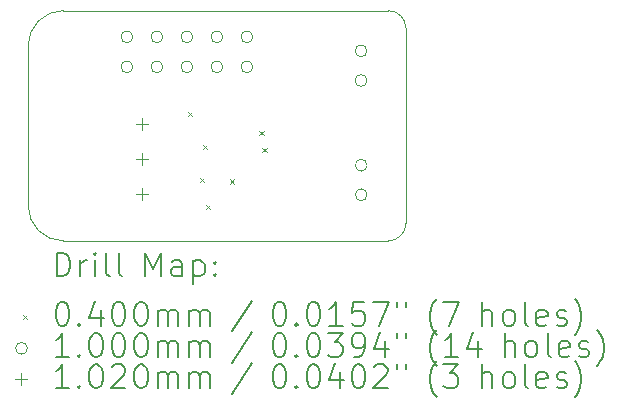
<source format=gbr>
%TF.GenerationSoftware,KiCad,Pcbnew,(7.0.0)*%
%TF.CreationDate,2023-03-25T16:31:21+01:00*%
%TF.ProjectId,PowerPCB,506f7765-7250-4434-922e-6b696361645f,rev?*%
%TF.SameCoordinates,Original*%
%TF.FileFunction,Drillmap*%
%TF.FilePolarity,Positive*%
%FSLAX45Y45*%
G04 Gerber Fmt 4.5, Leading zero omitted, Abs format (unit mm)*
G04 Created by KiCad (PCBNEW (7.0.0)) date 2023-03-25 16:31:21*
%MOMM*%
%LPD*%
G01*
G04 APERTURE LIST*
%ADD10C,0.100000*%
%ADD11C,0.200000*%
%ADD12C,0.040000*%
%ADD13C,0.102000*%
G04 APERTURE END LIST*
D10*
X10000000Y-6050000D02*
G75*
G03*
X10300000Y-6350000I300000J0D01*
G01*
X13200000Y-4550000D02*
G75*
G03*
X13050000Y-4400000I-150000J0D01*
G01*
X10000000Y-4700000D02*
X10000000Y-6050000D01*
X13050000Y-6350000D02*
G75*
G03*
X13200000Y-6200000I0J150000D01*
G01*
X10300000Y-4400000D02*
G75*
G03*
X10000000Y-4700000I0J-300000D01*
G01*
X10300000Y-6350000D02*
X13050000Y-6350000D01*
X13200000Y-4550000D02*
X13200000Y-6200000D01*
X13050000Y-4400000D02*
X10300000Y-4400000D01*
D11*
D12*
X11351600Y-5255600D02*
X11391600Y-5295600D01*
X11391600Y-5255600D02*
X11351600Y-5295600D01*
X11453200Y-5814400D02*
X11493200Y-5854400D01*
X11493200Y-5814400D02*
X11453200Y-5854400D01*
X11478600Y-5535000D02*
X11518600Y-5575000D01*
X11518600Y-5535000D02*
X11478600Y-5575000D01*
X11504000Y-6043000D02*
X11544000Y-6083000D01*
X11544000Y-6043000D02*
X11504000Y-6083000D01*
X11707200Y-5830000D02*
X11747200Y-5870000D01*
X11747200Y-5830000D02*
X11707200Y-5870000D01*
X11959325Y-5415525D02*
X11999325Y-5455525D01*
X11999325Y-5415525D02*
X11959325Y-5455525D01*
X11984725Y-5560400D02*
X12024725Y-5600400D01*
X12024725Y-5560400D02*
X11984725Y-5600400D01*
D10*
X10887000Y-4623000D02*
G75*
G03*
X10887000Y-4623000I-50000J0D01*
G01*
X10887000Y-4877000D02*
G75*
G03*
X10887000Y-4877000I-50000J0D01*
G01*
X11141000Y-4623000D02*
G75*
G03*
X11141000Y-4623000I-50000J0D01*
G01*
X11141000Y-4877000D02*
G75*
G03*
X11141000Y-4877000I-50000J0D01*
G01*
X11395000Y-4623000D02*
G75*
G03*
X11395000Y-4623000I-50000J0D01*
G01*
X11395000Y-4877000D02*
G75*
G03*
X11395000Y-4877000I-50000J0D01*
G01*
X11649000Y-4623000D02*
G75*
G03*
X11649000Y-4623000I-50000J0D01*
G01*
X11649000Y-4877000D02*
G75*
G03*
X11649000Y-4877000I-50000J0D01*
G01*
X11903000Y-4623000D02*
G75*
G03*
X11903000Y-4623000I-50000J0D01*
G01*
X11903000Y-4877000D02*
G75*
G03*
X11903000Y-4877000I-50000J0D01*
G01*
X12869400Y-4742200D02*
G75*
G03*
X12869400Y-4742200I-50000J0D01*
G01*
X12869400Y-4992200D02*
G75*
G03*
X12869400Y-4992200I-50000J0D01*
G01*
X12871100Y-5709400D02*
G75*
G03*
X12871100Y-5709400I-50000J0D01*
G01*
X12871100Y-5959400D02*
G75*
G03*
X12871100Y-5959400I-50000J0D01*
G01*
D13*
X10965400Y-5305600D02*
X10965400Y-5407600D01*
X10914400Y-5356600D02*
X11016400Y-5356600D01*
X10965400Y-5605600D02*
X10965400Y-5707600D01*
X10914400Y-5656600D02*
X11016400Y-5656600D01*
X10965400Y-5905600D02*
X10965400Y-6007600D01*
X10914400Y-5956600D02*
X11016400Y-5956600D01*
D11*
X10242619Y-6648476D02*
X10242619Y-6448476D01*
X10242619Y-6448476D02*
X10290238Y-6448476D01*
X10290238Y-6448476D02*
X10318810Y-6458000D01*
X10318810Y-6458000D02*
X10337857Y-6477048D01*
X10337857Y-6477048D02*
X10347381Y-6496095D01*
X10347381Y-6496095D02*
X10356905Y-6534190D01*
X10356905Y-6534190D02*
X10356905Y-6562762D01*
X10356905Y-6562762D02*
X10347381Y-6600857D01*
X10347381Y-6600857D02*
X10337857Y-6619905D01*
X10337857Y-6619905D02*
X10318810Y-6638952D01*
X10318810Y-6638952D02*
X10290238Y-6648476D01*
X10290238Y-6648476D02*
X10242619Y-6648476D01*
X10442619Y-6648476D02*
X10442619Y-6515143D01*
X10442619Y-6553238D02*
X10452143Y-6534190D01*
X10452143Y-6534190D02*
X10461667Y-6524667D01*
X10461667Y-6524667D02*
X10480714Y-6515143D01*
X10480714Y-6515143D02*
X10499762Y-6515143D01*
X10566429Y-6648476D02*
X10566429Y-6515143D01*
X10566429Y-6448476D02*
X10556905Y-6458000D01*
X10556905Y-6458000D02*
X10566429Y-6467524D01*
X10566429Y-6467524D02*
X10575952Y-6458000D01*
X10575952Y-6458000D02*
X10566429Y-6448476D01*
X10566429Y-6448476D02*
X10566429Y-6467524D01*
X10690238Y-6648476D02*
X10671190Y-6638952D01*
X10671190Y-6638952D02*
X10661667Y-6619905D01*
X10661667Y-6619905D02*
X10661667Y-6448476D01*
X10795000Y-6648476D02*
X10775952Y-6638952D01*
X10775952Y-6638952D02*
X10766429Y-6619905D01*
X10766429Y-6619905D02*
X10766429Y-6448476D01*
X10991190Y-6648476D02*
X10991190Y-6448476D01*
X10991190Y-6448476D02*
X11057857Y-6591333D01*
X11057857Y-6591333D02*
X11124524Y-6448476D01*
X11124524Y-6448476D02*
X11124524Y-6648476D01*
X11305476Y-6648476D02*
X11305476Y-6543714D01*
X11305476Y-6543714D02*
X11295952Y-6524667D01*
X11295952Y-6524667D02*
X11276905Y-6515143D01*
X11276905Y-6515143D02*
X11238809Y-6515143D01*
X11238809Y-6515143D02*
X11219762Y-6524667D01*
X11305476Y-6638952D02*
X11286428Y-6648476D01*
X11286428Y-6648476D02*
X11238809Y-6648476D01*
X11238809Y-6648476D02*
X11219762Y-6638952D01*
X11219762Y-6638952D02*
X11210238Y-6619905D01*
X11210238Y-6619905D02*
X11210238Y-6600857D01*
X11210238Y-6600857D02*
X11219762Y-6581809D01*
X11219762Y-6581809D02*
X11238809Y-6572286D01*
X11238809Y-6572286D02*
X11286428Y-6572286D01*
X11286428Y-6572286D02*
X11305476Y-6562762D01*
X11400714Y-6515143D02*
X11400714Y-6715143D01*
X11400714Y-6524667D02*
X11419762Y-6515143D01*
X11419762Y-6515143D02*
X11457857Y-6515143D01*
X11457857Y-6515143D02*
X11476905Y-6524667D01*
X11476905Y-6524667D02*
X11486428Y-6534190D01*
X11486428Y-6534190D02*
X11495952Y-6553238D01*
X11495952Y-6553238D02*
X11495952Y-6610381D01*
X11495952Y-6610381D02*
X11486428Y-6629428D01*
X11486428Y-6629428D02*
X11476905Y-6638952D01*
X11476905Y-6638952D02*
X11457857Y-6648476D01*
X11457857Y-6648476D02*
X11419762Y-6648476D01*
X11419762Y-6648476D02*
X11400714Y-6638952D01*
X11581667Y-6629428D02*
X11591190Y-6638952D01*
X11591190Y-6638952D02*
X11581667Y-6648476D01*
X11581667Y-6648476D02*
X11572143Y-6638952D01*
X11572143Y-6638952D02*
X11581667Y-6629428D01*
X11581667Y-6629428D02*
X11581667Y-6648476D01*
X11581667Y-6524667D02*
X11591190Y-6534190D01*
X11591190Y-6534190D02*
X11581667Y-6543714D01*
X11581667Y-6543714D02*
X11572143Y-6534190D01*
X11572143Y-6534190D02*
X11581667Y-6524667D01*
X11581667Y-6524667D02*
X11581667Y-6543714D01*
D12*
X9955000Y-6975000D02*
X9995000Y-7015000D01*
X9995000Y-6975000D02*
X9955000Y-7015000D01*
D11*
X10280714Y-6868476D02*
X10299762Y-6868476D01*
X10299762Y-6868476D02*
X10318810Y-6878000D01*
X10318810Y-6878000D02*
X10328333Y-6887524D01*
X10328333Y-6887524D02*
X10337857Y-6906571D01*
X10337857Y-6906571D02*
X10347381Y-6944667D01*
X10347381Y-6944667D02*
X10347381Y-6992286D01*
X10347381Y-6992286D02*
X10337857Y-7030381D01*
X10337857Y-7030381D02*
X10328333Y-7049428D01*
X10328333Y-7049428D02*
X10318810Y-7058952D01*
X10318810Y-7058952D02*
X10299762Y-7068476D01*
X10299762Y-7068476D02*
X10280714Y-7068476D01*
X10280714Y-7068476D02*
X10261667Y-7058952D01*
X10261667Y-7058952D02*
X10252143Y-7049428D01*
X10252143Y-7049428D02*
X10242619Y-7030381D01*
X10242619Y-7030381D02*
X10233095Y-6992286D01*
X10233095Y-6992286D02*
X10233095Y-6944667D01*
X10233095Y-6944667D02*
X10242619Y-6906571D01*
X10242619Y-6906571D02*
X10252143Y-6887524D01*
X10252143Y-6887524D02*
X10261667Y-6878000D01*
X10261667Y-6878000D02*
X10280714Y-6868476D01*
X10433095Y-7049428D02*
X10442619Y-7058952D01*
X10442619Y-7058952D02*
X10433095Y-7068476D01*
X10433095Y-7068476D02*
X10423571Y-7058952D01*
X10423571Y-7058952D02*
X10433095Y-7049428D01*
X10433095Y-7049428D02*
X10433095Y-7068476D01*
X10614048Y-6935143D02*
X10614048Y-7068476D01*
X10566429Y-6858952D02*
X10518810Y-7001809D01*
X10518810Y-7001809D02*
X10642619Y-7001809D01*
X10756905Y-6868476D02*
X10775952Y-6868476D01*
X10775952Y-6868476D02*
X10795000Y-6878000D01*
X10795000Y-6878000D02*
X10804524Y-6887524D01*
X10804524Y-6887524D02*
X10814048Y-6906571D01*
X10814048Y-6906571D02*
X10823571Y-6944667D01*
X10823571Y-6944667D02*
X10823571Y-6992286D01*
X10823571Y-6992286D02*
X10814048Y-7030381D01*
X10814048Y-7030381D02*
X10804524Y-7049428D01*
X10804524Y-7049428D02*
X10795000Y-7058952D01*
X10795000Y-7058952D02*
X10775952Y-7068476D01*
X10775952Y-7068476D02*
X10756905Y-7068476D01*
X10756905Y-7068476D02*
X10737857Y-7058952D01*
X10737857Y-7058952D02*
X10728333Y-7049428D01*
X10728333Y-7049428D02*
X10718810Y-7030381D01*
X10718810Y-7030381D02*
X10709286Y-6992286D01*
X10709286Y-6992286D02*
X10709286Y-6944667D01*
X10709286Y-6944667D02*
X10718810Y-6906571D01*
X10718810Y-6906571D02*
X10728333Y-6887524D01*
X10728333Y-6887524D02*
X10737857Y-6878000D01*
X10737857Y-6878000D02*
X10756905Y-6868476D01*
X10947381Y-6868476D02*
X10966429Y-6868476D01*
X10966429Y-6868476D02*
X10985476Y-6878000D01*
X10985476Y-6878000D02*
X10995000Y-6887524D01*
X10995000Y-6887524D02*
X11004524Y-6906571D01*
X11004524Y-6906571D02*
X11014048Y-6944667D01*
X11014048Y-6944667D02*
X11014048Y-6992286D01*
X11014048Y-6992286D02*
X11004524Y-7030381D01*
X11004524Y-7030381D02*
X10995000Y-7049428D01*
X10995000Y-7049428D02*
X10985476Y-7058952D01*
X10985476Y-7058952D02*
X10966429Y-7068476D01*
X10966429Y-7068476D02*
X10947381Y-7068476D01*
X10947381Y-7068476D02*
X10928333Y-7058952D01*
X10928333Y-7058952D02*
X10918810Y-7049428D01*
X10918810Y-7049428D02*
X10909286Y-7030381D01*
X10909286Y-7030381D02*
X10899762Y-6992286D01*
X10899762Y-6992286D02*
X10899762Y-6944667D01*
X10899762Y-6944667D02*
X10909286Y-6906571D01*
X10909286Y-6906571D02*
X10918810Y-6887524D01*
X10918810Y-6887524D02*
X10928333Y-6878000D01*
X10928333Y-6878000D02*
X10947381Y-6868476D01*
X11099762Y-7068476D02*
X11099762Y-6935143D01*
X11099762Y-6954190D02*
X11109286Y-6944667D01*
X11109286Y-6944667D02*
X11128333Y-6935143D01*
X11128333Y-6935143D02*
X11156905Y-6935143D01*
X11156905Y-6935143D02*
X11175952Y-6944667D01*
X11175952Y-6944667D02*
X11185476Y-6963714D01*
X11185476Y-6963714D02*
X11185476Y-7068476D01*
X11185476Y-6963714D02*
X11195000Y-6944667D01*
X11195000Y-6944667D02*
X11214048Y-6935143D01*
X11214048Y-6935143D02*
X11242619Y-6935143D01*
X11242619Y-6935143D02*
X11261667Y-6944667D01*
X11261667Y-6944667D02*
X11271190Y-6963714D01*
X11271190Y-6963714D02*
X11271190Y-7068476D01*
X11366429Y-7068476D02*
X11366429Y-6935143D01*
X11366429Y-6954190D02*
X11375952Y-6944667D01*
X11375952Y-6944667D02*
X11395000Y-6935143D01*
X11395000Y-6935143D02*
X11423571Y-6935143D01*
X11423571Y-6935143D02*
X11442619Y-6944667D01*
X11442619Y-6944667D02*
X11452143Y-6963714D01*
X11452143Y-6963714D02*
X11452143Y-7068476D01*
X11452143Y-6963714D02*
X11461667Y-6944667D01*
X11461667Y-6944667D02*
X11480714Y-6935143D01*
X11480714Y-6935143D02*
X11509286Y-6935143D01*
X11509286Y-6935143D02*
X11528333Y-6944667D01*
X11528333Y-6944667D02*
X11537857Y-6963714D01*
X11537857Y-6963714D02*
X11537857Y-7068476D01*
X11895952Y-6858952D02*
X11724524Y-7116095D01*
X12120714Y-6868476D02*
X12139762Y-6868476D01*
X12139762Y-6868476D02*
X12158810Y-6878000D01*
X12158810Y-6878000D02*
X12168333Y-6887524D01*
X12168333Y-6887524D02*
X12177857Y-6906571D01*
X12177857Y-6906571D02*
X12187381Y-6944667D01*
X12187381Y-6944667D02*
X12187381Y-6992286D01*
X12187381Y-6992286D02*
X12177857Y-7030381D01*
X12177857Y-7030381D02*
X12168333Y-7049428D01*
X12168333Y-7049428D02*
X12158810Y-7058952D01*
X12158810Y-7058952D02*
X12139762Y-7068476D01*
X12139762Y-7068476D02*
X12120714Y-7068476D01*
X12120714Y-7068476D02*
X12101667Y-7058952D01*
X12101667Y-7058952D02*
X12092143Y-7049428D01*
X12092143Y-7049428D02*
X12082619Y-7030381D01*
X12082619Y-7030381D02*
X12073095Y-6992286D01*
X12073095Y-6992286D02*
X12073095Y-6944667D01*
X12073095Y-6944667D02*
X12082619Y-6906571D01*
X12082619Y-6906571D02*
X12092143Y-6887524D01*
X12092143Y-6887524D02*
X12101667Y-6878000D01*
X12101667Y-6878000D02*
X12120714Y-6868476D01*
X12273095Y-7049428D02*
X12282619Y-7058952D01*
X12282619Y-7058952D02*
X12273095Y-7068476D01*
X12273095Y-7068476D02*
X12263571Y-7058952D01*
X12263571Y-7058952D02*
X12273095Y-7049428D01*
X12273095Y-7049428D02*
X12273095Y-7068476D01*
X12406429Y-6868476D02*
X12425476Y-6868476D01*
X12425476Y-6868476D02*
X12444524Y-6878000D01*
X12444524Y-6878000D02*
X12454048Y-6887524D01*
X12454048Y-6887524D02*
X12463571Y-6906571D01*
X12463571Y-6906571D02*
X12473095Y-6944667D01*
X12473095Y-6944667D02*
X12473095Y-6992286D01*
X12473095Y-6992286D02*
X12463571Y-7030381D01*
X12463571Y-7030381D02*
X12454048Y-7049428D01*
X12454048Y-7049428D02*
X12444524Y-7058952D01*
X12444524Y-7058952D02*
X12425476Y-7068476D01*
X12425476Y-7068476D02*
X12406429Y-7068476D01*
X12406429Y-7068476D02*
X12387381Y-7058952D01*
X12387381Y-7058952D02*
X12377857Y-7049428D01*
X12377857Y-7049428D02*
X12368333Y-7030381D01*
X12368333Y-7030381D02*
X12358810Y-6992286D01*
X12358810Y-6992286D02*
X12358810Y-6944667D01*
X12358810Y-6944667D02*
X12368333Y-6906571D01*
X12368333Y-6906571D02*
X12377857Y-6887524D01*
X12377857Y-6887524D02*
X12387381Y-6878000D01*
X12387381Y-6878000D02*
X12406429Y-6868476D01*
X12663571Y-7068476D02*
X12549286Y-7068476D01*
X12606429Y-7068476D02*
X12606429Y-6868476D01*
X12606429Y-6868476D02*
X12587381Y-6897048D01*
X12587381Y-6897048D02*
X12568333Y-6916095D01*
X12568333Y-6916095D02*
X12549286Y-6925619D01*
X12844524Y-6868476D02*
X12749286Y-6868476D01*
X12749286Y-6868476D02*
X12739762Y-6963714D01*
X12739762Y-6963714D02*
X12749286Y-6954190D01*
X12749286Y-6954190D02*
X12768333Y-6944667D01*
X12768333Y-6944667D02*
X12815952Y-6944667D01*
X12815952Y-6944667D02*
X12835000Y-6954190D01*
X12835000Y-6954190D02*
X12844524Y-6963714D01*
X12844524Y-6963714D02*
X12854048Y-6982762D01*
X12854048Y-6982762D02*
X12854048Y-7030381D01*
X12854048Y-7030381D02*
X12844524Y-7049428D01*
X12844524Y-7049428D02*
X12835000Y-7058952D01*
X12835000Y-7058952D02*
X12815952Y-7068476D01*
X12815952Y-7068476D02*
X12768333Y-7068476D01*
X12768333Y-7068476D02*
X12749286Y-7058952D01*
X12749286Y-7058952D02*
X12739762Y-7049428D01*
X12920714Y-6868476D02*
X13054048Y-6868476D01*
X13054048Y-6868476D02*
X12968333Y-7068476D01*
X13120714Y-6868476D02*
X13120714Y-6906571D01*
X13196905Y-6868476D02*
X13196905Y-6906571D01*
X13459762Y-7144667D02*
X13450238Y-7135143D01*
X13450238Y-7135143D02*
X13431191Y-7106571D01*
X13431191Y-7106571D02*
X13421667Y-7087524D01*
X13421667Y-7087524D02*
X13412143Y-7058952D01*
X13412143Y-7058952D02*
X13402619Y-7011333D01*
X13402619Y-7011333D02*
X13402619Y-6973238D01*
X13402619Y-6973238D02*
X13412143Y-6925619D01*
X13412143Y-6925619D02*
X13421667Y-6897048D01*
X13421667Y-6897048D02*
X13431191Y-6878000D01*
X13431191Y-6878000D02*
X13450238Y-6849428D01*
X13450238Y-6849428D02*
X13459762Y-6839905D01*
X13516905Y-6868476D02*
X13650238Y-6868476D01*
X13650238Y-6868476D02*
X13564524Y-7068476D01*
X13846429Y-7068476D02*
X13846429Y-6868476D01*
X13932143Y-7068476D02*
X13932143Y-6963714D01*
X13932143Y-6963714D02*
X13922619Y-6944667D01*
X13922619Y-6944667D02*
X13903572Y-6935143D01*
X13903572Y-6935143D02*
X13875000Y-6935143D01*
X13875000Y-6935143D02*
X13855952Y-6944667D01*
X13855952Y-6944667D02*
X13846429Y-6954190D01*
X14055952Y-7068476D02*
X14036905Y-7058952D01*
X14036905Y-7058952D02*
X14027381Y-7049428D01*
X14027381Y-7049428D02*
X14017857Y-7030381D01*
X14017857Y-7030381D02*
X14017857Y-6973238D01*
X14017857Y-6973238D02*
X14027381Y-6954190D01*
X14027381Y-6954190D02*
X14036905Y-6944667D01*
X14036905Y-6944667D02*
X14055952Y-6935143D01*
X14055952Y-6935143D02*
X14084524Y-6935143D01*
X14084524Y-6935143D02*
X14103572Y-6944667D01*
X14103572Y-6944667D02*
X14113095Y-6954190D01*
X14113095Y-6954190D02*
X14122619Y-6973238D01*
X14122619Y-6973238D02*
X14122619Y-7030381D01*
X14122619Y-7030381D02*
X14113095Y-7049428D01*
X14113095Y-7049428D02*
X14103572Y-7058952D01*
X14103572Y-7058952D02*
X14084524Y-7068476D01*
X14084524Y-7068476D02*
X14055952Y-7068476D01*
X14236905Y-7068476D02*
X14217857Y-7058952D01*
X14217857Y-7058952D02*
X14208333Y-7039905D01*
X14208333Y-7039905D02*
X14208333Y-6868476D01*
X14389286Y-7058952D02*
X14370238Y-7068476D01*
X14370238Y-7068476D02*
X14332143Y-7068476D01*
X14332143Y-7068476D02*
X14313095Y-7058952D01*
X14313095Y-7058952D02*
X14303572Y-7039905D01*
X14303572Y-7039905D02*
X14303572Y-6963714D01*
X14303572Y-6963714D02*
X14313095Y-6944667D01*
X14313095Y-6944667D02*
X14332143Y-6935143D01*
X14332143Y-6935143D02*
X14370238Y-6935143D01*
X14370238Y-6935143D02*
X14389286Y-6944667D01*
X14389286Y-6944667D02*
X14398810Y-6963714D01*
X14398810Y-6963714D02*
X14398810Y-6982762D01*
X14398810Y-6982762D02*
X14303572Y-7001809D01*
X14475000Y-7058952D02*
X14494048Y-7068476D01*
X14494048Y-7068476D02*
X14532143Y-7068476D01*
X14532143Y-7068476D02*
X14551191Y-7058952D01*
X14551191Y-7058952D02*
X14560714Y-7039905D01*
X14560714Y-7039905D02*
X14560714Y-7030381D01*
X14560714Y-7030381D02*
X14551191Y-7011333D01*
X14551191Y-7011333D02*
X14532143Y-7001809D01*
X14532143Y-7001809D02*
X14503572Y-7001809D01*
X14503572Y-7001809D02*
X14484524Y-6992286D01*
X14484524Y-6992286D02*
X14475000Y-6973238D01*
X14475000Y-6973238D02*
X14475000Y-6963714D01*
X14475000Y-6963714D02*
X14484524Y-6944667D01*
X14484524Y-6944667D02*
X14503572Y-6935143D01*
X14503572Y-6935143D02*
X14532143Y-6935143D01*
X14532143Y-6935143D02*
X14551191Y-6944667D01*
X14627381Y-7144667D02*
X14636905Y-7135143D01*
X14636905Y-7135143D02*
X14655953Y-7106571D01*
X14655953Y-7106571D02*
X14665476Y-7087524D01*
X14665476Y-7087524D02*
X14675000Y-7058952D01*
X14675000Y-7058952D02*
X14684524Y-7011333D01*
X14684524Y-7011333D02*
X14684524Y-6973238D01*
X14684524Y-6973238D02*
X14675000Y-6925619D01*
X14675000Y-6925619D02*
X14665476Y-6897048D01*
X14665476Y-6897048D02*
X14655953Y-6878000D01*
X14655953Y-6878000D02*
X14636905Y-6849428D01*
X14636905Y-6849428D02*
X14627381Y-6839905D01*
D10*
X9995000Y-7259000D02*
G75*
G03*
X9995000Y-7259000I-50000J0D01*
G01*
D11*
X10347381Y-7332476D02*
X10233095Y-7332476D01*
X10290238Y-7332476D02*
X10290238Y-7132476D01*
X10290238Y-7132476D02*
X10271190Y-7161048D01*
X10271190Y-7161048D02*
X10252143Y-7180095D01*
X10252143Y-7180095D02*
X10233095Y-7189619D01*
X10433095Y-7313428D02*
X10442619Y-7322952D01*
X10442619Y-7322952D02*
X10433095Y-7332476D01*
X10433095Y-7332476D02*
X10423571Y-7322952D01*
X10423571Y-7322952D02*
X10433095Y-7313428D01*
X10433095Y-7313428D02*
X10433095Y-7332476D01*
X10566429Y-7132476D02*
X10585476Y-7132476D01*
X10585476Y-7132476D02*
X10604524Y-7142000D01*
X10604524Y-7142000D02*
X10614048Y-7151524D01*
X10614048Y-7151524D02*
X10623571Y-7170571D01*
X10623571Y-7170571D02*
X10633095Y-7208667D01*
X10633095Y-7208667D02*
X10633095Y-7256286D01*
X10633095Y-7256286D02*
X10623571Y-7294381D01*
X10623571Y-7294381D02*
X10614048Y-7313428D01*
X10614048Y-7313428D02*
X10604524Y-7322952D01*
X10604524Y-7322952D02*
X10585476Y-7332476D01*
X10585476Y-7332476D02*
X10566429Y-7332476D01*
X10566429Y-7332476D02*
X10547381Y-7322952D01*
X10547381Y-7322952D02*
X10537857Y-7313428D01*
X10537857Y-7313428D02*
X10528333Y-7294381D01*
X10528333Y-7294381D02*
X10518810Y-7256286D01*
X10518810Y-7256286D02*
X10518810Y-7208667D01*
X10518810Y-7208667D02*
X10528333Y-7170571D01*
X10528333Y-7170571D02*
X10537857Y-7151524D01*
X10537857Y-7151524D02*
X10547381Y-7142000D01*
X10547381Y-7142000D02*
X10566429Y-7132476D01*
X10756905Y-7132476D02*
X10775952Y-7132476D01*
X10775952Y-7132476D02*
X10795000Y-7142000D01*
X10795000Y-7142000D02*
X10804524Y-7151524D01*
X10804524Y-7151524D02*
X10814048Y-7170571D01*
X10814048Y-7170571D02*
X10823571Y-7208667D01*
X10823571Y-7208667D02*
X10823571Y-7256286D01*
X10823571Y-7256286D02*
X10814048Y-7294381D01*
X10814048Y-7294381D02*
X10804524Y-7313428D01*
X10804524Y-7313428D02*
X10795000Y-7322952D01*
X10795000Y-7322952D02*
X10775952Y-7332476D01*
X10775952Y-7332476D02*
X10756905Y-7332476D01*
X10756905Y-7332476D02*
X10737857Y-7322952D01*
X10737857Y-7322952D02*
X10728333Y-7313428D01*
X10728333Y-7313428D02*
X10718810Y-7294381D01*
X10718810Y-7294381D02*
X10709286Y-7256286D01*
X10709286Y-7256286D02*
X10709286Y-7208667D01*
X10709286Y-7208667D02*
X10718810Y-7170571D01*
X10718810Y-7170571D02*
X10728333Y-7151524D01*
X10728333Y-7151524D02*
X10737857Y-7142000D01*
X10737857Y-7142000D02*
X10756905Y-7132476D01*
X10947381Y-7132476D02*
X10966429Y-7132476D01*
X10966429Y-7132476D02*
X10985476Y-7142000D01*
X10985476Y-7142000D02*
X10995000Y-7151524D01*
X10995000Y-7151524D02*
X11004524Y-7170571D01*
X11004524Y-7170571D02*
X11014048Y-7208667D01*
X11014048Y-7208667D02*
X11014048Y-7256286D01*
X11014048Y-7256286D02*
X11004524Y-7294381D01*
X11004524Y-7294381D02*
X10995000Y-7313428D01*
X10995000Y-7313428D02*
X10985476Y-7322952D01*
X10985476Y-7322952D02*
X10966429Y-7332476D01*
X10966429Y-7332476D02*
X10947381Y-7332476D01*
X10947381Y-7332476D02*
X10928333Y-7322952D01*
X10928333Y-7322952D02*
X10918810Y-7313428D01*
X10918810Y-7313428D02*
X10909286Y-7294381D01*
X10909286Y-7294381D02*
X10899762Y-7256286D01*
X10899762Y-7256286D02*
X10899762Y-7208667D01*
X10899762Y-7208667D02*
X10909286Y-7170571D01*
X10909286Y-7170571D02*
X10918810Y-7151524D01*
X10918810Y-7151524D02*
X10928333Y-7142000D01*
X10928333Y-7142000D02*
X10947381Y-7132476D01*
X11099762Y-7332476D02*
X11099762Y-7199143D01*
X11099762Y-7218190D02*
X11109286Y-7208667D01*
X11109286Y-7208667D02*
X11128333Y-7199143D01*
X11128333Y-7199143D02*
X11156905Y-7199143D01*
X11156905Y-7199143D02*
X11175952Y-7208667D01*
X11175952Y-7208667D02*
X11185476Y-7227714D01*
X11185476Y-7227714D02*
X11185476Y-7332476D01*
X11185476Y-7227714D02*
X11195000Y-7208667D01*
X11195000Y-7208667D02*
X11214048Y-7199143D01*
X11214048Y-7199143D02*
X11242619Y-7199143D01*
X11242619Y-7199143D02*
X11261667Y-7208667D01*
X11261667Y-7208667D02*
X11271190Y-7227714D01*
X11271190Y-7227714D02*
X11271190Y-7332476D01*
X11366429Y-7332476D02*
X11366429Y-7199143D01*
X11366429Y-7218190D02*
X11375952Y-7208667D01*
X11375952Y-7208667D02*
X11395000Y-7199143D01*
X11395000Y-7199143D02*
X11423571Y-7199143D01*
X11423571Y-7199143D02*
X11442619Y-7208667D01*
X11442619Y-7208667D02*
X11452143Y-7227714D01*
X11452143Y-7227714D02*
X11452143Y-7332476D01*
X11452143Y-7227714D02*
X11461667Y-7208667D01*
X11461667Y-7208667D02*
X11480714Y-7199143D01*
X11480714Y-7199143D02*
X11509286Y-7199143D01*
X11509286Y-7199143D02*
X11528333Y-7208667D01*
X11528333Y-7208667D02*
X11537857Y-7227714D01*
X11537857Y-7227714D02*
X11537857Y-7332476D01*
X11895952Y-7122952D02*
X11724524Y-7380095D01*
X12120714Y-7132476D02*
X12139762Y-7132476D01*
X12139762Y-7132476D02*
X12158810Y-7142000D01*
X12158810Y-7142000D02*
X12168333Y-7151524D01*
X12168333Y-7151524D02*
X12177857Y-7170571D01*
X12177857Y-7170571D02*
X12187381Y-7208667D01*
X12187381Y-7208667D02*
X12187381Y-7256286D01*
X12187381Y-7256286D02*
X12177857Y-7294381D01*
X12177857Y-7294381D02*
X12168333Y-7313428D01*
X12168333Y-7313428D02*
X12158810Y-7322952D01*
X12158810Y-7322952D02*
X12139762Y-7332476D01*
X12139762Y-7332476D02*
X12120714Y-7332476D01*
X12120714Y-7332476D02*
X12101667Y-7322952D01*
X12101667Y-7322952D02*
X12092143Y-7313428D01*
X12092143Y-7313428D02*
X12082619Y-7294381D01*
X12082619Y-7294381D02*
X12073095Y-7256286D01*
X12073095Y-7256286D02*
X12073095Y-7208667D01*
X12073095Y-7208667D02*
X12082619Y-7170571D01*
X12082619Y-7170571D02*
X12092143Y-7151524D01*
X12092143Y-7151524D02*
X12101667Y-7142000D01*
X12101667Y-7142000D02*
X12120714Y-7132476D01*
X12273095Y-7313428D02*
X12282619Y-7322952D01*
X12282619Y-7322952D02*
X12273095Y-7332476D01*
X12273095Y-7332476D02*
X12263571Y-7322952D01*
X12263571Y-7322952D02*
X12273095Y-7313428D01*
X12273095Y-7313428D02*
X12273095Y-7332476D01*
X12406429Y-7132476D02*
X12425476Y-7132476D01*
X12425476Y-7132476D02*
X12444524Y-7142000D01*
X12444524Y-7142000D02*
X12454048Y-7151524D01*
X12454048Y-7151524D02*
X12463571Y-7170571D01*
X12463571Y-7170571D02*
X12473095Y-7208667D01*
X12473095Y-7208667D02*
X12473095Y-7256286D01*
X12473095Y-7256286D02*
X12463571Y-7294381D01*
X12463571Y-7294381D02*
X12454048Y-7313428D01*
X12454048Y-7313428D02*
X12444524Y-7322952D01*
X12444524Y-7322952D02*
X12425476Y-7332476D01*
X12425476Y-7332476D02*
X12406429Y-7332476D01*
X12406429Y-7332476D02*
X12387381Y-7322952D01*
X12387381Y-7322952D02*
X12377857Y-7313428D01*
X12377857Y-7313428D02*
X12368333Y-7294381D01*
X12368333Y-7294381D02*
X12358810Y-7256286D01*
X12358810Y-7256286D02*
X12358810Y-7208667D01*
X12358810Y-7208667D02*
X12368333Y-7170571D01*
X12368333Y-7170571D02*
X12377857Y-7151524D01*
X12377857Y-7151524D02*
X12387381Y-7142000D01*
X12387381Y-7142000D02*
X12406429Y-7132476D01*
X12539762Y-7132476D02*
X12663571Y-7132476D01*
X12663571Y-7132476D02*
X12596905Y-7208667D01*
X12596905Y-7208667D02*
X12625476Y-7208667D01*
X12625476Y-7208667D02*
X12644524Y-7218190D01*
X12644524Y-7218190D02*
X12654048Y-7227714D01*
X12654048Y-7227714D02*
X12663571Y-7246762D01*
X12663571Y-7246762D02*
X12663571Y-7294381D01*
X12663571Y-7294381D02*
X12654048Y-7313428D01*
X12654048Y-7313428D02*
X12644524Y-7322952D01*
X12644524Y-7322952D02*
X12625476Y-7332476D01*
X12625476Y-7332476D02*
X12568333Y-7332476D01*
X12568333Y-7332476D02*
X12549286Y-7322952D01*
X12549286Y-7322952D02*
X12539762Y-7313428D01*
X12758810Y-7332476D02*
X12796905Y-7332476D01*
X12796905Y-7332476D02*
X12815952Y-7322952D01*
X12815952Y-7322952D02*
X12825476Y-7313428D01*
X12825476Y-7313428D02*
X12844524Y-7284857D01*
X12844524Y-7284857D02*
X12854048Y-7246762D01*
X12854048Y-7246762D02*
X12854048Y-7170571D01*
X12854048Y-7170571D02*
X12844524Y-7151524D01*
X12844524Y-7151524D02*
X12835000Y-7142000D01*
X12835000Y-7142000D02*
X12815952Y-7132476D01*
X12815952Y-7132476D02*
X12777857Y-7132476D01*
X12777857Y-7132476D02*
X12758810Y-7142000D01*
X12758810Y-7142000D02*
X12749286Y-7151524D01*
X12749286Y-7151524D02*
X12739762Y-7170571D01*
X12739762Y-7170571D02*
X12739762Y-7218190D01*
X12739762Y-7218190D02*
X12749286Y-7237238D01*
X12749286Y-7237238D02*
X12758810Y-7246762D01*
X12758810Y-7246762D02*
X12777857Y-7256286D01*
X12777857Y-7256286D02*
X12815952Y-7256286D01*
X12815952Y-7256286D02*
X12835000Y-7246762D01*
X12835000Y-7246762D02*
X12844524Y-7237238D01*
X12844524Y-7237238D02*
X12854048Y-7218190D01*
X13025476Y-7199143D02*
X13025476Y-7332476D01*
X12977857Y-7122952D02*
X12930238Y-7265809D01*
X12930238Y-7265809D02*
X13054048Y-7265809D01*
X13120714Y-7132476D02*
X13120714Y-7170571D01*
X13196905Y-7132476D02*
X13196905Y-7170571D01*
X13459762Y-7408667D02*
X13450238Y-7399143D01*
X13450238Y-7399143D02*
X13431191Y-7370571D01*
X13431191Y-7370571D02*
X13421667Y-7351524D01*
X13421667Y-7351524D02*
X13412143Y-7322952D01*
X13412143Y-7322952D02*
X13402619Y-7275333D01*
X13402619Y-7275333D02*
X13402619Y-7237238D01*
X13402619Y-7237238D02*
X13412143Y-7189619D01*
X13412143Y-7189619D02*
X13421667Y-7161048D01*
X13421667Y-7161048D02*
X13431191Y-7142000D01*
X13431191Y-7142000D02*
X13450238Y-7113428D01*
X13450238Y-7113428D02*
X13459762Y-7103905D01*
X13640714Y-7332476D02*
X13526429Y-7332476D01*
X13583571Y-7332476D02*
X13583571Y-7132476D01*
X13583571Y-7132476D02*
X13564524Y-7161048D01*
X13564524Y-7161048D02*
X13545476Y-7180095D01*
X13545476Y-7180095D02*
X13526429Y-7189619D01*
X13812143Y-7199143D02*
X13812143Y-7332476D01*
X13764524Y-7122952D02*
X13716905Y-7265809D01*
X13716905Y-7265809D02*
X13840714Y-7265809D01*
X14036905Y-7332476D02*
X14036905Y-7132476D01*
X14122619Y-7332476D02*
X14122619Y-7227714D01*
X14122619Y-7227714D02*
X14113095Y-7208667D01*
X14113095Y-7208667D02*
X14094048Y-7199143D01*
X14094048Y-7199143D02*
X14065476Y-7199143D01*
X14065476Y-7199143D02*
X14046429Y-7208667D01*
X14046429Y-7208667D02*
X14036905Y-7218190D01*
X14246429Y-7332476D02*
X14227381Y-7322952D01*
X14227381Y-7322952D02*
X14217857Y-7313428D01*
X14217857Y-7313428D02*
X14208333Y-7294381D01*
X14208333Y-7294381D02*
X14208333Y-7237238D01*
X14208333Y-7237238D02*
X14217857Y-7218190D01*
X14217857Y-7218190D02*
X14227381Y-7208667D01*
X14227381Y-7208667D02*
X14246429Y-7199143D01*
X14246429Y-7199143D02*
X14275000Y-7199143D01*
X14275000Y-7199143D02*
X14294048Y-7208667D01*
X14294048Y-7208667D02*
X14303572Y-7218190D01*
X14303572Y-7218190D02*
X14313095Y-7237238D01*
X14313095Y-7237238D02*
X14313095Y-7294381D01*
X14313095Y-7294381D02*
X14303572Y-7313428D01*
X14303572Y-7313428D02*
X14294048Y-7322952D01*
X14294048Y-7322952D02*
X14275000Y-7332476D01*
X14275000Y-7332476D02*
X14246429Y-7332476D01*
X14427381Y-7332476D02*
X14408333Y-7322952D01*
X14408333Y-7322952D02*
X14398810Y-7303905D01*
X14398810Y-7303905D02*
X14398810Y-7132476D01*
X14579762Y-7322952D02*
X14560714Y-7332476D01*
X14560714Y-7332476D02*
X14522619Y-7332476D01*
X14522619Y-7332476D02*
X14503572Y-7322952D01*
X14503572Y-7322952D02*
X14494048Y-7303905D01*
X14494048Y-7303905D02*
X14494048Y-7227714D01*
X14494048Y-7227714D02*
X14503572Y-7208667D01*
X14503572Y-7208667D02*
X14522619Y-7199143D01*
X14522619Y-7199143D02*
X14560714Y-7199143D01*
X14560714Y-7199143D02*
X14579762Y-7208667D01*
X14579762Y-7208667D02*
X14589286Y-7227714D01*
X14589286Y-7227714D02*
X14589286Y-7246762D01*
X14589286Y-7246762D02*
X14494048Y-7265809D01*
X14665476Y-7322952D02*
X14684524Y-7332476D01*
X14684524Y-7332476D02*
X14722619Y-7332476D01*
X14722619Y-7332476D02*
X14741667Y-7322952D01*
X14741667Y-7322952D02*
X14751191Y-7303905D01*
X14751191Y-7303905D02*
X14751191Y-7294381D01*
X14751191Y-7294381D02*
X14741667Y-7275333D01*
X14741667Y-7275333D02*
X14722619Y-7265809D01*
X14722619Y-7265809D02*
X14694048Y-7265809D01*
X14694048Y-7265809D02*
X14675000Y-7256286D01*
X14675000Y-7256286D02*
X14665476Y-7237238D01*
X14665476Y-7237238D02*
X14665476Y-7227714D01*
X14665476Y-7227714D02*
X14675000Y-7208667D01*
X14675000Y-7208667D02*
X14694048Y-7199143D01*
X14694048Y-7199143D02*
X14722619Y-7199143D01*
X14722619Y-7199143D02*
X14741667Y-7208667D01*
X14817857Y-7408667D02*
X14827381Y-7399143D01*
X14827381Y-7399143D02*
X14846429Y-7370571D01*
X14846429Y-7370571D02*
X14855953Y-7351524D01*
X14855953Y-7351524D02*
X14865476Y-7322952D01*
X14865476Y-7322952D02*
X14875000Y-7275333D01*
X14875000Y-7275333D02*
X14875000Y-7237238D01*
X14875000Y-7237238D02*
X14865476Y-7189619D01*
X14865476Y-7189619D02*
X14855953Y-7161048D01*
X14855953Y-7161048D02*
X14846429Y-7142000D01*
X14846429Y-7142000D02*
X14827381Y-7113428D01*
X14827381Y-7113428D02*
X14817857Y-7103905D01*
D13*
X9944000Y-7472000D02*
X9944000Y-7574000D01*
X9893000Y-7523000D02*
X9995000Y-7523000D01*
D11*
X10347381Y-7596476D02*
X10233095Y-7596476D01*
X10290238Y-7596476D02*
X10290238Y-7396476D01*
X10290238Y-7396476D02*
X10271190Y-7425048D01*
X10271190Y-7425048D02*
X10252143Y-7444095D01*
X10252143Y-7444095D02*
X10233095Y-7453619D01*
X10433095Y-7577428D02*
X10442619Y-7586952D01*
X10442619Y-7586952D02*
X10433095Y-7596476D01*
X10433095Y-7596476D02*
X10423571Y-7586952D01*
X10423571Y-7586952D02*
X10433095Y-7577428D01*
X10433095Y-7577428D02*
X10433095Y-7596476D01*
X10566429Y-7396476D02*
X10585476Y-7396476D01*
X10585476Y-7396476D02*
X10604524Y-7406000D01*
X10604524Y-7406000D02*
X10614048Y-7415524D01*
X10614048Y-7415524D02*
X10623571Y-7434571D01*
X10623571Y-7434571D02*
X10633095Y-7472667D01*
X10633095Y-7472667D02*
X10633095Y-7520286D01*
X10633095Y-7520286D02*
X10623571Y-7558381D01*
X10623571Y-7558381D02*
X10614048Y-7577428D01*
X10614048Y-7577428D02*
X10604524Y-7586952D01*
X10604524Y-7586952D02*
X10585476Y-7596476D01*
X10585476Y-7596476D02*
X10566429Y-7596476D01*
X10566429Y-7596476D02*
X10547381Y-7586952D01*
X10547381Y-7586952D02*
X10537857Y-7577428D01*
X10537857Y-7577428D02*
X10528333Y-7558381D01*
X10528333Y-7558381D02*
X10518810Y-7520286D01*
X10518810Y-7520286D02*
X10518810Y-7472667D01*
X10518810Y-7472667D02*
X10528333Y-7434571D01*
X10528333Y-7434571D02*
X10537857Y-7415524D01*
X10537857Y-7415524D02*
X10547381Y-7406000D01*
X10547381Y-7406000D02*
X10566429Y-7396476D01*
X10709286Y-7415524D02*
X10718810Y-7406000D01*
X10718810Y-7406000D02*
X10737857Y-7396476D01*
X10737857Y-7396476D02*
X10785476Y-7396476D01*
X10785476Y-7396476D02*
X10804524Y-7406000D01*
X10804524Y-7406000D02*
X10814048Y-7415524D01*
X10814048Y-7415524D02*
X10823571Y-7434571D01*
X10823571Y-7434571D02*
X10823571Y-7453619D01*
X10823571Y-7453619D02*
X10814048Y-7482190D01*
X10814048Y-7482190D02*
X10699762Y-7596476D01*
X10699762Y-7596476D02*
X10823571Y-7596476D01*
X10947381Y-7396476D02*
X10966429Y-7396476D01*
X10966429Y-7396476D02*
X10985476Y-7406000D01*
X10985476Y-7406000D02*
X10995000Y-7415524D01*
X10995000Y-7415524D02*
X11004524Y-7434571D01*
X11004524Y-7434571D02*
X11014048Y-7472667D01*
X11014048Y-7472667D02*
X11014048Y-7520286D01*
X11014048Y-7520286D02*
X11004524Y-7558381D01*
X11004524Y-7558381D02*
X10995000Y-7577428D01*
X10995000Y-7577428D02*
X10985476Y-7586952D01*
X10985476Y-7586952D02*
X10966429Y-7596476D01*
X10966429Y-7596476D02*
X10947381Y-7596476D01*
X10947381Y-7596476D02*
X10928333Y-7586952D01*
X10928333Y-7586952D02*
X10918810Y-7577428D01*
X10918810Y-7577428D02*
X10909286Y-7558381D01*
X10909286Y-7558381D02*
X10899762Y-7520286D01*
X10899762Y-7520286D02*
X10899762Y-7472667D01*
X10899762Y-7472667D02*
X10909286Y-7434571D01*
X10909286Y-7434571D02*
X10918810Y-7415524D01*
X10918810Y-7415524D02*
X10928333Y-7406000D01*
X10928333Y-7406000D02*
X10947381Y-7396476D01*
X11099762Y-7596476D02*
X11099762Y-7463143D01*
X11099762Y-7482190D02*
X11109286Y-7472667D01*
X11109286Y-7472667D02*
X11128333Y-7463143D01*
X11128333Y-7463143D02*
X11156905Y-7463143D01*
X11156905Y-7463143D02*
X11175952Y-7472667D01*
X11175952Y-7472667D02*
X11185476Y-7491714D01*
X11185476Y-7491714D02*
X11185476Y-7596476D01*
X11185476Y-7491714D02*
X11195000Y-7472667D01*
X11195000Y-7472667D02*
X11214048Y-7463143D01*
X11214048Y-7463143D02*
X11242619Y-7463143D01*
X11242619Y-7463143D02*
X11261667Y-7472667D01*
X11261667Y-7472667D02*
X11271190Y-7491714D01*
X11271190Y-7491714D02*
X11271190Y-7596476D01*
X11366429Y-7596476D02*
X11366429Y-7463143D01*
X11366429Y-7482190D02*
X11375952Y-7472667D01*
X11375952Y-7472667D02*
X11395000Y-7463143D01*
X11395000Y-7463143D02*
X11423571Y-7463143D01*
X11423571Y-7463143D02*
X11442619Y-7472667D01*
X11442619Y-7472667D02*
X11452143Y-7491714D01*
X11452143Y-7491714D02*
X11452143Y-7596476D01*
X11452143Y-7491714D02*
X11461667Y-7472667D01*
X11461667Y-7472667D02*
X11480714Y-7463143D01*
X11480714Y-7463143D02*
X11509286Y-7463143D01*
X11509286Y-7463143D02*
X11528333Y-7472667D01*
X11528333Y-7472667D02*
X11537857Y-7491714D01*
X11537857Y-7491714D02*
X11537857Y-7596476D01*
X11895952Y-7386952D02*
X11724524Y-7644095D01*
X12120714Y-7396476D02*
X12139762Y-7396476D01*
X12139762Y-7396476D02*
X12158810Y-7406000D01*
X12158810Y-7406000D02*
X12168333Y-7415524D01*
X12168333Y-7415524D02*
X12177857Y-7434571D01*
X12177857Y-7434571D02*
X12187381Y-7472667D01*
X12187381Y-7472667D02*
X12187381Y-7520286D01*
X12187381Y-7520286D02*
X12177857Y-7558381D01*
X12177857Y-7558381D02*
X12168333Y-7577428D01*
X12168333Y-7577428D02*
X12158810Y-7586952D01*
X12158810Y-7586952D02*
X12139762Y-7596476D01*
X12139762Y-7596476D02*
X12120714Y-7596476D01*
X12120714Y-7596476D02*
X12101667Y-7586952D01*
X12101667Y-7586952D02*
X12092143Y-7577428D01*
X12092143Y-7577428D02*
X12082619Y-7558381D01*
X12082619Y-7558381D02*
X12073095Y-7520286D01*
X12073095Y-7520286D02*
X12073095Y-7472667D01*
X12073095Y-7472667D02*
X12082619Y-7434571D01*
X12082619Y-7434571D02*
X12092143Y-7415524D01*
X12092143Y-7415524D02*
X12101667Y-7406000D01*
X12101667Y-7406000D02*
X12120714Y-7396476D01*
X12273095Y-7577428D02*
X12282619Y-7586952D01*
X12282619Y-7586952D02*
X12273095Y-7596476D01*
X12273095Y-7596476D02*
X12263571Y-7586952D01*
X12263571Y-7586952D02*
X12273095Y-7577428D01*
X12273095Y-7577428D02*
X12273095Y-7596476D01*
X12406429Y-7396476D02*
X12425476Y-7396476D01*
X12425476Y-7396476D02*
X12444524Y-7406000D01*
X12444524Y-7406000D02*
X12454048Y-7415524D01*
X12454048Y-7415524D02*
X12463571Y-7434571D01*
X12463571Y-7434571D02*
X12473095Y-7472667D01*
X12473095Y-7472667D02*
X12473095Y-7520286D01*
X12473095Y-7520286D02*
X12463571Y-7558381D01*
X12463571Y-7558381D02*
X12454048Y-7577428D01*
X12454048Y-7577428D02*
X12444524Y-7586952D01*
X12444524Y-7586952D02*
X12425476Y-7596476D01*
X12425476Y-7596476D02*
X12406429Y-7596476D01*
X12406429Y-7596476D02*
X12387381Y-7586952D01*
X12387381Y-7586952D02*
X12377857Y-7577428D01*
X12377857Y-7577428D02*
X12368333Y-7558381D01*
X12368333Y-7558381D02*
X12358810Y-7520286D01*
X12358810Y-7520286D02*
X12358810Y-7472667D01*
X12358810Y-7472667D02*
X12368333Y-7434571D01*
X12368333Y-7434571D02*
X12377857Y-7415524D01*
X12377857Y-7415524D02*
X12387381Y-7406000D01*
X12387381Y-7406000D02*
X12406429Y-7396476D01*
X12644524Y-7463143D02*
X12644524Y-7596476D01*
X12596905Y-7386952D02*
X12549286Y-7529809D01*
X12549286Y-7529809D02*
X12673095Y-7529809D01*
X12787381Y-7396476D02*
X12806429Y-7396476D01*
X12806429Y-7396476D02*
X12825476Y-7406000D01*
X12825476Y-7406000D02*
X12835000Y-7415524D01*
X12835000Y-7415524D02*
X12844524Y-7434571D01*
X12844524Y-7434571D02*
X12854048Y-7472667D01*
X12854048Y-7472667D02*
X12854048Y-7520286D01*
X12854048Y-7520286D02*
X12844524Y-7558381D01*
X12844524Y-7558381D02*
X12835000Y-7577428D01*
X12835000Y-7577428D02*
X12825476Y-7586952D01*
X12825476Y-7586952D02*
X12806429Y-7596476D01*
X12806429Y-7596476D02*
X12787381Y-7596476D01*
X12787381Y-7596476D02*
X12768333Y-7586952D01*
X12768333Y-7586952D02*
X12758810Y-7577428D01*
X12758810Y-7577428D02*
X12749286Y-7558381D01*
X12749286Y-7558381D02*
X12739762Y-7520286D01*
X12739762Y-7520286D02*
X12739762Y-7472667D01*
X12739762Y-7472667D02*
X12749286Y-7434571D01*
X12749286Y-7434571D02*
X12758810Y-7415524D01*
X12758810Y-7415524D02*
X12768333Y-7406000D01*
X12768333Y-7406000D02*
X12787381Y-7396476D01*
X12930238Y-7415524D02*
X12939762Y-7406000D01*
X12939762Y-7406000D02*
X12958810Y-7396476D01*
X12958810Y-7396476D02*
X13006429Y-7396476D01*
X13006429Y-7396476D02*
X13025476Y-7406000D01*
X13025476Y-7406000D02*
X13035000Y-7415524D01*
X13035000Y-7415524D02*
X13044524Y-7434571D01*
X13044524Y-7434571D02*
X13044524Y-7453619D01*
X13044524Y-7453619D02*
X13035000Y-7482190D01*
X13035000Y-7482190D02*
X12920714Y-7596476D01*
X12920714Y-7596476D02*
X13044524Y-7596476D01*
X13120714Y-7396476D02*
X13120714Y-7434571D01*
X13196905Y-7396476D02*
X13196905Y-7434571D01*
X13459762Y-7672667D02*
X13450238Y-7663143D01*
X13450238Y-7663143D02*
X13431191Y-7634571D01*
X13431191Y-7634571D02*
X13421667Y-7615524D01*
X13421667Y-7615524D02*
X13412143Y-7586952D01*
X13412143Y-7586952D02*
X13402619Y-7539333D01*
X13402619Y-7539333D02*
X13402619Y-7501238D01*
X13402619Y-7501238D02*
X13412143Y-7453619D01*
X13412143Y-7453619D02*
X13421667Y-7425048D01*
X13421667Y-7425048D02*
X13431191Y-7406000D01*
X13431191Y-7406000D02*
X13450238Y-7377428D01*
X13450238Y-7377428D02*
X13459762Y-7367905D01*
X13516905Y-7396476D02*
X13640714Y-7396476D01*
X13640714Y-7396476D02*
X13574048Y-7472667D01*
X13574048Y-7472667D02*
X13602619Y-7472667D01*
X13602619Y-7472667D02*
X13621667Y-7482190D01*
X13621667Y-7482190D02*
X13631191Y-7491714D01*
X13631191Y-7491714D02*
X13640714Y-7510762D01*
X13640714Y-7510762D02*
X13640714Y-7558381D01*
X13640714Y-7558381D02*
X13631191Y-7577428D01*
X13631191Y-7577428D02*
X13621667Y-7586952D01*
X13621667Y-7586952D02*
X13602619Y-7596476D01*
X13602619Y-7596476D02*
X13545476Y-7596476D01*
X13545476Y-7596476D02*
X13526429Y-7586952D01*
X13526429Y-7586952D02*
X13516905Y-7577428D01*
X13846429Y-7596476D02*
X13846429Y-7396476D01*
X13932143Y-7596476D02*
X13932143Y-7491714D01*
X13932143Y-7491714D02*
X13922619Y-7472667D01*
X13922619Y-7472667D02*
X13903572Y-7463143D01*
X13903572Y-7463143D02*
X13875000Y-7463143D01*
X13875000Y-7463143D02*
X13855952Y-7472667D01*
X13855952Y-7472667D02*
X13846429Y-7482190D01*
X14055952Y-7596476D02*
X14036905Y-7586952D01*
X14036905Y-7586952D02*
X14027381Y-7577428D01*
X14027381Y-7577428D02*
X14017857Y-7558381D01*
X14017857Y-7558381D02*
X14017857Y-7501238D01*
X14017857Y-7501238D02*
X14027381Y-7482190D01*
X14027381Y-7482190D02*
X14036905Y-7472667D01*
X14036905Y-7472667D02*
X14055952Y-7463143D01*
X14055952Y-7463143D02*
X14084524Y-7463143D01*
X14084524Y-7463143D02*
X14103572Y-7472667D01*
X14103572Y-7472667D02*
X14113095Y-7482190D01*
X14113095Y-7482190D02*
X14122619Y-7501238D01*
X14122619Y-7501238D02*
X14122619Y-7558381D01*
X14122619Y-7558381D02*
X14113095Y-7577428D01*
X14113095Y-7577428D02*
X14103572Y-7586952D01*
X14103572Y-7586952D02*
X14084524Y-7596476D01*
X14084524Y-7596476D02*
X14055952Y-7596476D01*
X14236905Y-7596476D02*
X14217857Y-7586952D01*
X14217857Y-7586952D02*
X14208333Y-7567905D01*
X14208333Y-7567905D02*
X14208333Y-7396476D01*
X14389286Y-7586952D02*
X14370238Y-7596476D01*
X14370238Y-7596476D02*
X14332143Y-7596476D01*
X14332143Y-7596476D02*
X14313095Y-7586952D01*
X14313095Y-7586952D02*
X14303572Y-7567905D01*
X14303572Y-7567905D02*
X14303572Y-7491714D01*
X14303572Y-7491714D02*
X14313095Y-7472667D01*
X14313095Y-7472667D02*
X14332143Y-7463143D01*
X14332143Y-7463143D02*
X14370238Y-7463143D01*
X14370238Y-7463143D02*
X14389286Y-7472667D01*
X14389286Y-7472667D02*
X14398810Y-7491714D01*
X14398810Y-7491714D02*
X14398810Y-7510762D01*
X14398810Y-7510762D02*
X14303572Y-7529809D01*
X14475000Y-7586952D02*
X14494048Y-7596476D01*
X14494048Y-7596476D02*
X14532143Y-7596476D01*
X14532143Y-7596476D02*
X14551191Y-7586952D01*
X14551191Y-7586952D02*
X14560714Y-7567905D01*
X14560714Y-7567905D02*
X14560714Y-7558381D01*
X14560714Y-7558381D02*
X14551191Y-7539333D01*
X14551191Y-7539333D02*
X14532143Y-7529809D01*
X14532143Y-7529809D02*
X14503572Y-7529809D01*
X14503572Y-7529809D02*
X14484524Y-7520286D01*
X14484524Y-7520286D02*
X14475000Y-7501238D01*
X14475000Y-7501238D02*
X14475000Y-7491714D01*
X14475000Y-7491714D02*
X14484524Y-7472667D01*
X14484524Y-7472667D02*
X14503572Y-7463143D01*
X14503572Y-7463143D02*
X14532143Y-7463143D01*
X14532143Y-7463143D02*
X14551191Y-7472667D01*
X14627381Y-7672667D02*
X14636905Y-7663143D01*
X14636905Y-7663143D02*
X14655953Y-7634571D01*
X14655953Y-7634571D02*
X14665476Y-7615524D01*
X14665476Y-7615524D02*
X14675000Y-7586952D01*
X14675000Y-7586952D02*
X14684524Y-7539333D01*
X14684524Y-7539333D02*
X14684524Y-7501238D01*
X14684524Y-7501238D02*
X14675000Y-7453619D01*
X14675000Y-7453619D02*
X14665476Y-7425048D01*
X14665476Y-7425048D02*
X14655953Y-7406000D01*
X14655953Y-7406000D02*
X14636905Y-7377428D01*
X14636905Y-7377428D02*
X14627381Y-7367905D01*
M02*

</source>
